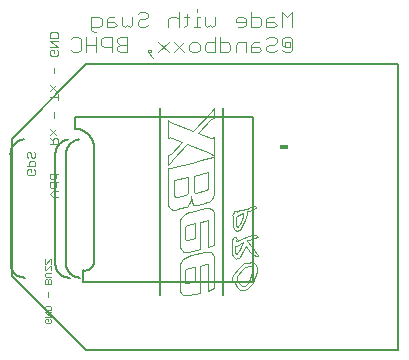
<source format=gbo>
G75*
%MOIN*%
%OFA0B0*%
%FSLAX25Y25*%
%IPPOS*%
%LPD*%
%AMOC8*
5,1,8,0,0,1.08239X$1,22.5*
%
%ADD10C,0.00300*%
%ADD11C,0.00200*%
%ADD12C,0.00400*%
%ADD13C,0.00800*%
%ADD14C,0.00600*%
%ADD15R,0.03000X0.01800*%
%ADD16C,0.00500*%
D10*
X0024722Y0073891D02*
X0023755Y0074858D01*
X0024722Y0075826D01*
X0026657Y0075826D01*
X0025206Y0076837D02*
X0025689Y0077321D01*
X0025689Y0078772D01*
X0026657Y0078772D02*
X0023755Y0078772D01*
X0023755Y0077321D01*
X0024238Y0076837D01*
X0025206Y0076837D01*
X0025206Y0079784D02*
X0024238Y0079784D01*
X0023755Y0080268D01*
X0023755Y0081719D01*
X0026657Y0081719D01*
X0025689Y0081719D02*
X0025689Y0080268D01*
X0025206Y0079784D01*
X0025206Y0085677D02*
X0025206Y0087612D01*
X0024722Y0091570D02*
X0024722Y0093021D01*
X0025206Y0093505D01*
X0026173Y0093505D01*
X0026657Y0093021D01*
X0026657Y0091570D01*
X0023755Y0091570D01*
X0024722Y0092537D02*
X0023755Y0093505D01*
X0023755Y0094517D02*
X0025689Y0096452D01*
X0023755Y0096452D02*
X0025689Y0094517D01*
X0025206Y0100410D02*
X0025206Y0102345D01*
X0026657Y0106303D02*
X0026657Y0108238D01*
X0026657Y0107270D02*
X0023755Y0107270D01*
X0023755Y0109249D02*
X0025689Y0111184D01*
X0023755Y0111184D02*
X0025689Y0109249D01*
X0025206Y0115142D02*
X0025206Y0117077D01*
X0026173Y0121035D02*
X0024238Y0121035D01*
X0023755Y0121519D01*
X0023755Y0122486D01*
X0024238Y0122970D01*
X0025206Y0122970D01*
X0025206Y0122003D01*
X0026173Y0122970D02*
X0026657Y0122486D01*
X0026657Y0121519D01*
X0026173Y0121035D01*
X0026657Y0123982D02*
X0023755Y0123982D01*
X0023755Y0125917D02*
X0026657Y0125917D01*
X0026657Y0126928D02*
X0026657Y0128379D01*
X0026173Y0128863D01*
X0024238Y0128863D01*
X0023755Y0128379D01*
X0023755Y0126928D01*
X0026657Y0126928D01*
X0026657Y0123982D02*
X0023755Y0125917D01*
X0018431Y0089020D02*
X0018915Y0088537D01*
X0018915Y0087569D01*
X0018431Y0087085D01*
X0017947Y0087085D01*
X0017464Y0087569D01*
X0017464Y0088537D01*
X0016980Y0089020D01*
X0016496Y0089020D01*
X0016012Y0088537D01*
X0016012Y0087569D01*
X0016496Y0087085D01*
X0017464Y0086074D02*
X0016980Y0085590D01*
X0016980Y0084139D01*
X0016012Y0084139D02*
X0018915Y0084139D01*
X0018915Y0085590D01*
X0018431Y0086074D01*
X0017464Y0086074D01*
X0017464Y0083127D02*
X0017464Y0082160D01*
X0017464Y0083127D02*
X0016496Y0083127D01*
X0016012Y0082643D01*
X0016012Y0081676D01*
X0016496Y0081192D01*
X0018431Y0081192D01*
X0018915Y0081676D01*
X0018915Y0082643D01*
X0018431Y0083127D01*
X0024722Y0073891D02*
X0026657Y0073891D01*
D11*
X0022114Y0032166D02*
X0022481Y0031799D01*
X0023949Y0031799D01*
X0024316Y0032166D01*
X0024316Y0032899D01*
X0023949Y0033266D01*
X0023215Y0033266D02*
X0023215Y0032532D01*
X0023215Y0033266D02*
X0022481Y0033266D01*
X0022114Y0032899D01*
X0022114Y0032166D01*
X0022114Y0034008D02*
X0024316Y0034008D01*
X0022114Y0035476D01*
X0024316Y0035476D01*
X0024316Y0036218D02*
X0024316Y0037319D01*
X0023949Y0037686D01*
X0022481Y0037686D01*
X0022114Y0037319D01*
X0022114Y0036218D01*
X0024316Y0036218D01*
X0023215Y0040638D02*
X0023215Y0042106D01*
X0023215Y0045058D02*
X0023215Y0046159D01*
X0022848Y0046526D01*
X0022481Y0046526D01*
X0022114Y0046159D01*
X0022114Y0045058D01*
X0024316Y0045058D01*
X0024316Y0046159D01*
X0023949Y0046526D01*
X0023582Y0046526D01*
X0023215Y0046159D01*
X0022481Y0047268D02*
X0022114Y0047635D01*
X0022114Y0048369D01*
X0022481Y0048736D01*
X0024316Y0048736D01*
X0024316Y0049478D02*
X0024316Y0050945D01*
X0023949Y0050945D01*
X0022481Y0049478D01*
X0022114Y0049478D01*
X0022114Y0050945D01*
X0022114Y0051687D02*
X0022114Y0053155D01*
X0022114Y0051687D02*
X0022481Y0051687D01*
X0023949Y0053155D01*
X0024316Y0053155D01*
X0024316Y0051687D01*
X0024316Y0047268D02*
X0022481Y0047268D01*
D12*
X0063392Y0070610D02*
X0063227Y0071268D01*
X0063227Y0083713D01*
X0064324Y0083713D01*
X0065311Y0083932D01*
X0071122Y0085357D01*
X0074247Y0086125D01*
X0076714Y0086783D01*
X0078030Y0087221D01*
X0078358Y0087550D01*
X0078358Y0087715D01*
X0077152Y0088592D01*
X0069587Y0091662D01*
X0064762Y0086509D01*
X0064104Y0085741D01*
X0063721Y0085193D01*
X0063227Y0084480D01*
X0063227Y0087934D01*
X0063446Y0087989D01*
X0063776Y0088153D01*
X0064050Y0088372D01*
X0067887Y0092265D01*
X0064433Y0093635D01*
X0064159Y0093635D01*
X0063885Y0093800D01*
X0063556Y0093635D01*
X0063227Y0093635D01*
X0063227Y0099666D01*
X0063830Y0099063D01*
X0071451Y0095938D01*
X0077426Y0102298D01*
X0078413Y0103668D01*
X0078413Y0100433D01*
X0077536Y0099940D01*
X0073095Y0095390D01*
X0077426Y0093635D01*
X0077810Y0093635D01*
X0078413Y0093965D01*
X0078413Y0074941D01*
X0078084Y0073899D01*
X0077756Y0073241D01*
X0076823Y0072419D01*
X0076165Y0072309D01*
X0075563Y0071926D01*
X0073150Y0071323D01*
X0071670Y0071323D01*
X0071560Y0071378D01*
X0071012Y0072529D01*
X0070793Y0074119D01*
X0070793Y0073022D01*
X0070574Y0072145D01*
X0070300Y0071487D01*
X0069477Y0070665D01*
X0068929Y0070446D01*
X0066188Y0069788D01*
X0065749Y0069623D01*
X0064817Y0069623D01*
X0064269Y0069843D01*
X0063666Y0070171D01*
X0063392Y0070610D01*
X0065365Y0074009D02*
X0066243Y0073954D01*
X0069148Y0074722D01*
X0069532Y0074886D01*
X0069751Y0075215D01*
X0069751Y0080697D01*
X0065091Y0079546D01*
X0065091Y0074502D01*
X0065365Y0074009D01*
X0071725Y0076092D02*
X0071725Y0081081D01*
X0076549Y0082342D01*
X0076549Y0077024D01*
X0076440Y0076805D01*
X0076001Y0076421D01*
X0075672Y0076202D01*
X0072437Y0075380D01*
X0072273Y0075380D01*
X0071889Y0075654D01*
X0071725Y0076092D01*
X0075563Y0070117D02*
X0070683Y0069020D01*
X0070080Y0068856D01*
X0068765Y0068198D01*
X0068052Y0067704D01*
X0067504Y0066827D01*
X0067284Y0066169D01*
X0067230Y0065841D01*
X0067230Y0057233D01*
X0067449Y0056630D01*
X0067997Y0055917D01*
X0068216Y0055698D01*
X0070135Y0055698D01*
X0073918Y0056630D01*
X0073918Y0065621D01*
X0075782Y0066060D01*
X0076111Y0066169D01*
X0076494Y0066115D01*
X0076659Y0065895D01*
X0076659Y0058001D01*
X0076549Y0057288D01*
X0078413Y0058056D01*
X0078413Y0068911D01*
X0078304Y0069349D01*
X0077975Y0069788D01*
X0077591Y0070062D01*
X0076988Y0070226D01*
X0076440Y0070226D01*
X0075563Y0070117D01*
X0072163Y0065128D02*
X0072218Y0065073D01*
X0072218Y0060358D01*
X0069861Y0059755D01*
X0069148Y0059755D01*
X0068984Y0059920D01*
X0068929Y0060139D01*
X0068929Y0064031D01*
X0069093Y0064360D01*
X0069477Y0064580D01*
X0069916Y0064744D01*
X0072163Y0065128D01*
X0075563Y0055534D02*
X0070683Y0054437D01*
X0070080Y0054273D01*
X0068765Y0053615D01*
X0068052Y0053122D01*
X0067504Y0052244D01*
X0067284Y0051587D01*
X0067230Y0051258D01*
X0067230Y0042650D01*
X0067449Y0042048D01*
X0067997Y0041335D01*
X0068216Y0041115D01*
X0070135Y0041115D01*
X0073918Y0042048D01*
X0073918Y0051039D01*
X0075782Y0051477D01*
X0076111Y0051587D01*
X0076494Y0051532D01*
X0076659Y0051313D01*
X0076659Y0043418D01*
X0076549Y0042706D01*
X0078413Y0043473D01*
X0078413Y0054328D01*
X0078304Y0054767D01*
X0077975Y0055205D01*
X0077591Y0055479D01*
X0076988Y0055644D01*
X0076440Y0055644D01*
X0075563Y0055534D01*
X0072163Y0050545D02*
X0072218Y0050490D01*
X0072218Y0045776D01*
X0069861Y0045172D01*
X0069148Y0045172D01*
X0068984Y0045337D01*
X0068929Y0045556D01*
X0068929Y0049448D01*
X0069093Y0049778D01*
X0069477Y0049997D01*
X0069916Y0050161D01*
X0072163Y0050545D01*
X0084334Y0046926D02*
X0084937Y0048078D01*
X0086691Y0050161D01*
X0088172Y0051641D01*
X0088610Y0051806D01*
X0089926Y0052080D01*
X0091022Y0052135D01*
X0092064Y0051587D01*
X0092667Y0050654D01*
X0092667Y0049394D01*
X0092448Y0047804D01*
X0091790Y0046762D01*
X0091461Y0045337D01*
X0090694Y0044569D01*
X0089871Y0043528D01*
X0088775Y0042924D01*
X0088062Y0042815D01*
X0087020Y0043089D01*
X0086253Y0044021D01*
X0085485Y0045117D01*
X0085266Y0045885D01*
X0084992Y0045940D01*
X0084554Y0046324D01*
X0084334Y0046872D01*
X0086198Y0047475D02*
X0086637Y0048078D01*
X0087733Y0049503D01*
X0088994Y0050435D01*
X0090584Y0050929D01*
X0091132Y0050983D01*
X0091406Y0050490D01*
X0091352Y0049174D01*
X0090858Y0047859D01*
X0090419Y0046488D01*
X0089761Y0045337D01*
X0088994Y0044240D01*
X0087678Y0044240D01*
X0086417Y0045446D01*
X0086198Y0046104D01*
X0086198Y0047475D01*
X0085759Y0053341D02*
X0086253Y0053615D01*
X0086691Y0053615D01*
X0087130Y0054054D01*
X0087514Y0054657D01*
X0088062Y0055863D01*
X0088775Y0057014D01*
X0089104Y0057562D01*
X0089926Y0056740D01*
X0090639Y0055698D01*
X0091242Y0054931D01*
X0091790Y0054492D01*
X0092338Y0054273D01*
X0092667Y0054218D01*
X0092996Y0054382D01*
X0093051Y0054547D01*
X0092722Y0054985D01*
X0091022Y0057124D01*
X0089652Y0059152D01*
X0089652Y0059536D01*
X0090036Y0059645D01*
X0091132Y0060029D01*
X0092119Y0060358D01*
X0092667Y0060578D01*
X0092996Y0060578D01*
X0092448Y0061180D01*
X0091626Y0061235D01*
X0091077Y0061126D01*
X0089323Y0060632D01*
X0088336Y0060358D01*
X0086966Y0059755D01*
X0086253Y0059371D01*
X0085869Y0059207D01*
X0085814Y0059591D01*
X0086143Y0060029D01*
X0086089Y0060029D01*
X0085869Y0060194D01*
X0085705Y0060468D01*
X0085485Y0060578D01*
X0085156Y0060522D01*
X0084828Y0060194D01*
X0084608Y0059591D01*
X0084334Y0058878D01*
X0084334Y0055698D01*
X0084498Y0055040D01*
X0084773Y0054273D01*
X0085047Y0053834D01*
X0085485Y0053450D01*
X0085759Y0053341D01*
X0086089Y0054876D02*
X0086198Y0055259D01*
X0086746Y0055808D01*
X0087185Y0056575D01*
X0087569Y0057288D01*
X0087733Y0058110D01*
X0088062Y0058768D01*
X0086198Y0057727D01*
X0085650Y0057672D01*
X0085650Y0055698D01*
X0085759Y0055040D01*
X0086089Y0054876D01*
X0086033Y0062551D02*
X0086253Y0062551D01*
X0086746Y0062770D01*
X0087130Y0063099D01*
X0087569Y0063757D01*
X0088775Y0066169D01*
X0089268Y0067430D01*
X0089487Y0068417D01*
X0089542Y0068746D01*
X0089542Y0069130D01*
X0090036Y0069294D01*
X0091022Y0069623D01*
X0091900Y0069897D01*
X0092283Y0070117D01*
X0092503Y0070226D01*
X0092612Y0070446D01*
X0092448Y0070720D01*
X0092119Y0070939D01*
X0091735Y0070939D01*
X0091296Y0070829D01*
X0090255Y0070336D01*
X0089487Y0070007D01*
X0088775Y0069897D01*
X0088117Y0069733D01*
X0087240Y0069459D01*
X0086582Y0069185D01*
X0086143Y0068911D01*
X0086143Y0069349D01*
X0085211Y0069349D01*
X0085211Y0068856D01*
X0084882Y0068417D01*
X0084444Y0067978D01*
X0084718Y0067485D01*
X0084718Y0065511D01*
X0084882Y0063922D01*
X0085540Y0062825D01*
X0086033Y0062551D01*
X0086198Y0063812D02*
X0086363Y0063867D01*
X0086582Y0064141D01*
X0087020Y0065018D01*
X0087514Y0065731D01*
X0087788Y0066718D01*
X0088062Y0067430D01*
X0088117Y0067869D01*
X0088117Y0068527D01*
X0086089Y0067540D01*
X0085814Y0067430D01*
X0085814Y0064634D01*
X0086089Y0063976D01*
X0086198Y0063812D01*
X0058196Y0120420D02*
X0056461Y0122155D01*
X0057329Y0122155D01*
X0057329Y0123022D01*
X0056461Y0123022D01*
X0056461Y0122155D01*
X0059883Y0122155D02*
X0063353Y0125624D01*
X0065039Y0125624D02*
X0068509Y0122155D01*
X0070196Y0123022D02*
X0070196Y0124757D01*
X0071063Y0125624D01*
X0072798Y0125624D01*
X0073665Y0124757D01*
X0073665Y0123022D01*
X0072798Y0122155D01*
X0071063Y0122155D01*
X0070196Y0123022D01*
X0068509Y0125624D02*
X0065039Y0122155D01*
X0063353Y0122155D02*
X0059883Y0125624D01*
X0063321Y0130555D02*
X0063321Y0133157D01*
X0064188Y0134024D01*
X0065923Y0134024D01*
X0066790Y0133157D01*
X0068493Y0134024D02*
X0070228Y0134024D01*
X0069360Y0134892D02*
X0069360Y0131422D01*
X0068493Y0130555D01*
X0066790Y0130555D02*
X0066790Y0135759D01*
X0071931Y0130555D02*
X0073665Y0130555D01*
X0072798Y0130555D02*
X0072798Y0134024D01*
X0073665Y0134024D01*
X0075352Y0134024D02*
X0075352Y0131422D01*
X0076220Y0130555D01*
X0077087Y0131422D01*
X0077954Y0130555D01*
X0078822Y0131422D01*
X0078822Y0134024D01*
X0072798Y0135759D02*
X0072798Y0136627D01*
X0078822Y0127359D02*
X0078822Y0122155D01*
X0076220Y0122155D01*
X0075352Y0123022D01*
X0075352Y0124757D01*
X0076220Y0125624D01*
X0078822Y0125624D01*
X0080509Y0125624D02*
X0083111Y0125624D01*
X0083978Y0124757D01*
X0083978Y0123022D01*
X0083111Y0122155D01*
X0080509Y0122155D01*
X0080509Y0127359D01*
X0085665Y0124757D02*
X0085665Y0122155D01*
X0085665Y0124757D02*
X0086532Y0125624D01*
X0089135Y0125624D01*
X0089135Y0122155D01*
X0090821Y0122155D02*
X0093424Y0122155D01*
X0094291Y0123022D01*
X0093424Y0123890D01*
X0090821Y0123890D01*
X0090821Y0124757D02*
X0090821Y0122155D01*
X0090821Y0124757D02*
X0091689Y0125624D01*
X0093424Y0125624D01*
X0095978Y0126492D02*
X0096845Y0127359D01*
X0098580Y0127359D01*
X0099447Y0126492D01*
X0099447Y0125624D01*
X0098580Y0124757D01*
X0096845Y0124757D01*
X0095978Y0123890D01*
X0095978Y0123022D01*
X0096845Y0122155D01*
X0098580Y0122155D01*
X0099447Y0123022D01*
X0101134Y0123022D02*
X0102002Y0122155D01*
X0103736Y0122155D01*
X0104604Y0123022D01*
X0104604Y0126492D01*
X0103736Y0127359D01*
X0102002Y0127359D01*
X0101134Y0126492D01*
X0101134Y0124757D01*
X0102002Y0123890D01*
X0102002Y0125624D01*
X0103736Y0125624D01*
X0103736Y0123890D01*
X0102002Y0123890D01*
X0101134Y0130555D02*
X0101134Y0135759D01*
X0102869Y0134024D01*
X0104604Y0135759D01*
X0104604Y0130555D01*
X0099447Y0131422D02*
X0098580Y0132290D01*
X0095978Y0132290D01*
X0095978Y0133157D02*
X0095978Y0130555D01*
X0098580Y0130555D01*
X0099447Y0131422D01*
X0098580Y0134024D02*
X0096845Y0134024D01*
X0095978Y0133157D01*
X0094291Y0133157D02*
X0093424Y0134024D01*
X0090821Y0134024D01*
X0090821Y0135759D02*
X0090821Y0130555D01*
X0093424Y0130555D01*
X0094291Y0131422D01*
X0094291Y0133157D01*
X0089135Y0133157D02*
X0089135Y0131422D01*
X0088267Y0130555D01*
X0086532Y0130555D01*
X0085665Y0132290D02*
X0089135Y0132290D01*
X0089135Y0133157D02*
X0088267Y0134024D01*
X0086532Y0134024D01*
X0085665Y0133157D01*
X0085665Y0132290D01*
X0056477Y0131422D02*
X0055610Y0130555D01*
X0053875Y0130555D01*
X0053008Y0131422D01*
X0053008Y0132290D01*
X0053875Y0133157D01*
X0055610Y0133157D01*
X0056477Y0134024D01*
X0056477Y0134892D01*
X0055610Y0135759D01*
X0053875Y0135759D01*
X0053008Y0134892D01*
X0051321Y0134024D02*
X0051321Y0131422D01*
X0050454Y0130555D01*
X0049586Y0131422D01*
X0048719Y0130555D01*
X0047851Y0131422D01*
X0047851Y0134024D01*
X0045297Y0134024D02*
X0043562Y0134024D01*
X0042695Y0133157D01*
X0042695Y0130555D01*
X0045297Y0130555D01*
X0046165Y0131422D01*
X0045297Y0132290D01*
X0042695Y0132290D01*
X0041008Y0133157D02*
X0041008Y0131422D01*
X0040141Y0130555D01*
X0037539Y0130555D01*
X0037539Y0129687D02*
X0037539Y0134024D01*
X0040141Y0134024D01*
X0041008Y0133157D01*
X0039273Y0128820D02*
X0038406Y0128820D01*
X0037539Y0129687D01*
X0035820Y0127359D02*
X0035820Y0122155D01*
X0034133Y0123022D02*
X0033266Y0122155D01*
X0031531Y0122155D01*
X0030663Y0123022D01*
X0030663Y0126492D02*
X0031531Y0127359D01*
X0033266Y0127359D01*
X0034133Y0126492D01*
X0034133Y0123022D01*
X0035820Y0124757D02*
X0039289Y0124757D01*
X0040976Y0124757D02*
X0040976Y0126492D01*
X0041844Y0127359D01*
X0044446Y0127359D01*
X0044446Y0122155D01*
X0044446Y0123890D02*
X0041844Y0123890D01*
X0040976Y0124757D01*
X0039289Y0122155D02*
X0039289Y0127359D01*
X0046133Y0126492D02*
X0046133Y0125624D01*
X0047000Y0124757D01*
X0049602Y0124757D01*
X0047000Y0124757D02*
X0046133Y0123890D01*
X0046133Y0123022D01*
X0047000Y0122155D01*
X0049602Y0122155D01*
X0049602Y0127359D01*
X0047000Y0127359D01*
X0046133Y0126492D01*
D13*
X0035953Y0118138D02*
X0011051Y0093236D01*
X0011051Y0047764D01*
X0035953Y0022862D01*
X0139909Y0022862D01*
X0139909Y0118138D01*
X0035953Y0118138D01*
D14*
X0060486Y0103504D02*
X0060486Y0041225D01*
X0081374Y0041225D02*
X0081374Y0103504D01*
D15*
X0101780Y0090500D03*
D16*
X0091622Y0100618D02*
X0091622Y0045500D01*
X0034929Y0045500D01*
X0034929Y0049437D01*
X0033906Y0047075D02*
X0033771Y0047077D01*
X0033636Y0047083D01*
X0033502Y0047092D01*
X0033368Y0047106D01*
X0033234Y0047123D01*
X0033100Y0047144D01*
X0032968Y0047169D01*
X0032836Y0047198D01*
X0032705Y0047230D01*
X0032575Y0047266D01*
X0032446Y0047306D01*
X0032319Y0047350D01*
X0032192Y0047397D01*
X0032067Y0047448D01*
X0031944Y0047502D01*
X0031822Y0047560D01*
X0031701Y0047621D01*
X0031583Y0047686D01*
X0031467Y0047754D01*
X0031352Y0047825D01*
X0031240Y0047899D01*
X0031129Y0047977D01*
X0031021Y0048058D01*
X0030916Y0048142D01*
X0030812Y0048229D01*
X0030712Y0048319D01*
X0030614Y0048411D01*
X0030518Y0048507D01*
X0030426Y0048605D01*
X0030336Y0048705D01*
X0030249Y0048809D01*
X0030165Y0048914D01*
X0030084Y0049022D01*
X0030006Y0049133D01*
X0029932Y0049245D01*
X0029861Y0049360D01*
X0029793Y0049476D01*
X0029728Y0049594D01*
X0029667Y0049715D01*
X0029609Y0049837D01*
X0029555Y0049960D01*
X0029504Y0050085D01*
X0029457Y0050212D01*
X0029413Y0050339D01*
X0029373Y0050468D01*
X0029337Y0050598D01*
X0029305Y0050729D01*
X0029276Y0050861D01*
X0029251Y0050993D01*
X0029230Y0051127D01*
X0029213Y0051261D01*
X0029199Y0051395D01*
X0029190Y0051529D01*
X0029184Y0051664D01*
X0029182Y0051799D01*
X0029181Y0051799D02*
X0029181Y0088020D01*
X0025637Y0088019D02*
X0025628Y0088154D01*
X0025623Y0088290D01*
X0025621Y0088425D01*
X0025623Y0088560D01*
X0025629Y0088696D01*
X0025639Y0088831D01*
X0025653Y0088965D01*
X0025671Y0089100D01*
X0025693Y0089233D01*
X0025718Y0089366D01*
X0025747Y0089499D01*
X0025780Y0089630D01*
X0025816Y0089760D01*
X0025857Y0089889D01*
X0025901Y0090018D01*
X0025948Y0090144D01*
X0026000Y0090270D01*
X0026054Y0090393D01*
X0026113Y0090516D01*
X0026175Y0090636D01*
X0026240Y0090755D01*
X0026308Y0090872D01*
X0026380Y0090986D01*
X0026455Y0091099D01*
X0026534Y0091209D01*
X0026615Y0091318D01*
X0026699Y0091423D01*
X0026787Y0091527D01*
X0026877Y0091628D01*
X0026970Y0091726D01*
X0027066Y0091821D01*
X0027165Y0091914D01*
X0027266Y0092004D01*
X0027370Y0092091D01*
X0027476Y0092175D01*
X0027585Y0092256D01*
X0027696Y0092333D01*
X0027809Y0092408D01*
X0027924Y0092479D01*
X0028041Y0092547D01*
X0028160Y0092612D01*
X0028281Y0092673D01*
X0028403Y0092731D01*
X0028528Y0092785D01*
X0028653Y0092835D01*
X0028780Y0092882D01*
X0028908Y0092926D01*
X0029038Y0092965D01*
X0029168Y0093001D01*
X0029300Y0093034D01*
X0029432Y0093062D01*
X0029565Y0093087D01*
X0029699Y0093107D01*
X0029834Y0093124D01*
X0029968Y0093138D01*
X0032173Y0096681D02*
X0032330Y0096679D01*
X0032487Y0096673D01*
X0032644Y0096663D01*
X0032800Y0096650D01*
X0032956Y0096632D01*
X0033112Y0096611D01*
X0033267Y0096585D01*
X0033421Y0096556D01*
X0033575Y0096523D01*
X0033727Y0096486D01*
X0033879Y0096446D01*
X0034030Y0096401D01*
X0034179Y0096353D01*
X0034327Y0096301D01*
X0034474Y0096246D01*
X0034620Y0096186D01*
X0034764Y0096124D01*
X0034906Y0096057D01*
X0035047Y0095987D01*
X0035186Y0095914D01*
X0035323Y0095837D01*
X0035458Y0095757D01*
X0035590Y0095673D01*
X0035721Y0095586D01*
X0035850Y0095496D01*
X0035976Y0095403D01*
X0036100Y0095307D01*
X0036222Y0095207D01*
X0036341Y0095105D01*
X0036457Y0094999D01*
X0036571Y0094891D01*
X0036682Y0094780D01*
X0036790Y0094666D01*
X0036896Y0094550D01*
X0036998Y0094431D01*
X0037098Y0094309D01*
X0037194Y0094185D01*
X0037287Y0094059D01*
X0037377Y0093930D01*
X0037464Y0093799D01*
X0037548Y0093667D01*
X0037628Y0093532D01*
X0037705Y0093395D01*
X0037778Y0093256D01*
X0037848Y0093115D01*
X0037915Y0092973D01*
X0037977Y0092829D01*
X0038037Y0092683D01*
X0038092Y0092536D01*
X0038144Y0092388D01*
X0038192Y0092239D01*
X0038237Y0092088D01*
X0038277Y0091936D01*
X0038314Y0091784D01*
X0038347Y0091630D01*
X0038376Y0091476D01*
X0038402Y0091321D01*
X0038423Y0091165D01*
X0038441Y0091009D01*
X0038454Y0090853D01*
X0038464Y0090696D01*
X0038470Y0090539D01*
X0038472Y0090382D01*
X0038472Y0052193D01*
X0038457Y0052084D01*
X0038437Y0051975D01*
X0038414Y0051866D01*
X0038387Y0051759D01*
X0038356Y0051652D01*
X0038322Y0051547D01*
X0038284Y0051443D01*
X0038242Y0051340D01*
X0038197Y0051239D01*
X0038148Y0051140D01*
X0038096Y0051042D01*
X0038040Y0050946D01*
X0037981Y0050853D01*
X0037919Y0050761D01*
X0037854Y0050671D01*
X0037785Y0050584D01*
X0037714Y0050499D01*
X0037640Y0050417D01*
X0037562Y0050338D01*
X0037483Y0050261D01*
X0037400Y0050187D01*
X0037315Y0050116D01*
X0037228Y0050048D01*
X0037138Y0049983D01*
X0037046Y0049921D01*
X0036952Y0049863D01*
X0036856Y0049808D01*
X0036758Y0049756D01*
X0036658Y0049707D01*
X0036557Y0049663D01*
X0036454Y0049621D01*
X0036350Y0049584D01*
X0036244Y0049550D01*
X0036138Y0049519D01*
X0036030Y0049493D01*
X0035922Y0049470D01*
X0035813Y0049451D01*
X0035703Y0049436D01*
X0035593Y0049424D01*
X0035482Y0049417D01*
X0035371Y0049413D01*
X0035261Y0049414D01*
X0035150Y0049418D01*
X0035039Y0049426D01*
X0034929Y0049438D01*
X0030362Y0047075D02*
X0030227Y0047077D01*
X0030092Y0047083D01*
X0029958Y0047092D01*
X0029824Y0047106D01*
X0029690Y0047123D01*
X0029556Y0047144D01*
X0029424Y0047169D01*
X0029292Y0047198D01*
X0029161Y0047230D01*
X0029031Y0047266D01*
X0028902Y0047306D01*
X0028775Y0047350D01*
X0028648Y0047397D01*
X0028523Y0047448D01*
X0028400Y0047502D01*
X0028278Y0047560D01*
X0028157Y0047621D01*
X0028039Y0047686D01*
X0027923Y0047754D01*
X0027808Y0047825D01*
X0027696Y0047899D01*
X0027585Y0047977D01*
X0027477Y0048058D01*
X0027372Y0048142D01*
X0027268Y0048229D01*
X0027168Y0048319D01*
X0027070Y0048411D01*
X0026974Y0048507D01*
X0026882Y0048605D01*
X0026792Y0048705D01*
X0026705Y0048809D01*
X0026621Y0048914D01*
X0026540Y0049022D01*
X0026462Y0049133D01*
X0026388Y0049245D01*
X0026317Y0049360D01*
X0026249Y0049476D01*
X0026184Y0049594D01*
X0026123Y0049715D01*
X0026065Y0049837D01*
X0026011Y0049960D01*
X0025960Y0050085D01*
X0025913Y0050212D01*
X0025869Y0050339D01*
X0025829Y0050468D01*
X0025793Y0050598D01*
X0025761Y0050729D01*
X0025732Y0050861D01*
X0025707Y0050993D01*
X0025686Y0051127D01*
X0025669Y0051261D01*
X0025655Y0051395D01*
X0025646Y0051529D01*
X0025640Y0051664D01*
X0025638Y0051799D01*
X0025638Y0088020D01*
X0029181Y0088019D02*
X0029172Y0088154D01*
X0029167Y0088290D01*
X0029165Y0088425D01*
X0029167Y0088560D01*
X0029173Y0088696D01*
X0029183Y0088831D01*
X0029197Y0088965D01*
X0029215Y0089100D01*
X0029237Y0089233D01*
X0029262Y0089366D01*
X0029291Y0089499D01*
X0029324Y0089630D01*
X0029360Y0089760D01*
X0029401Y0089889D01*
X0029445Y0090018D01*
X0029492Y0090144D01*
X0029544Y0090270D01*
X0029598Y0090393D01*
X0029657Y0090516D01*
X0029719Y0090636D01*
X0029784Y0090755D01*
X0029852Y0090872D01*
X0029924Y0090986D01*
X0029999Y0091099D01*
X0030078Y0091209D01*
X0030159Y0091318D01*
X0030243Y0091423D01*
X0030331Y0091527D01*
X0030421Y0091628D01*
X0030514Y0091726D01*
X0030610Y0091821D01*
X0030709Y0091914D01*
X0030810Y0092004D01*
X0030914Y0092091D01*
X0031020Y0092175D01*
X0031129Y0092256D01*
X0031240Y0092333D01*
X0031353Y0092408D01*
X0031468Y0092479D01*
X0031585Y0092547D01*
X0031704Y0092612D01*
X0031825Y0092673D01*
X0031947Y0092731D01*
X0032072Y0092785D01*
X0032197Y0092835D01*
X0032324Y0092882D01*
X0032452Y0092926D01*
X0032582Y0092965D01*
X0032712Y0093001D01*
X0032844Y0093034D01*
X0032976Y0093062D01*
X0033109Y0093087D01*
X0033243Y0093107D01*
X0033378Y0093124D01*
X0033512Y0093138D01*
X0032173Y0096681D02*
X0032173Y0100618D01*
X0091622Y0100618D01*
X0015008Y0093138D02*
X0014874Y0093124D01*
X0014739Y0093107D01*
X0014605Y0093087D01*
X0014472Y0093062D01*
X0014340Y0093034D01*
X0014208Y0093001D01*
X0014078Y0092965D01*
X0013948Y0092926D01*
X0013820Y0092882D01*
X0013693Y0092835D01*
X0013568Y0092785D01*
X0013443Y0092731D01*
X0013321Y0092673D01*
X0013200Y0092612D01*
X0013081Y0092547D01*
X0012964Y0092479D01*
X0012849Y0092408D01*
X0012736Y0092333D01*
X0012625Y0092256D01*
X0012516Y0092175D01*
X0012410Y0092091D01*
X0012306Y0092004D01*
X0012205Y0091914D01*
X0012106Y0091821D01*
X0012010Y0091726D01*
X0011917Y0091628D01*
X0011827Y0091527D01*
X0011739Y0091423D01*
X0011655Y0091318D01*
X0011574Y0091209D01*
X0011495Y0091099D01*
X0011420Y0090986D01*
X0011348Y0090872D01*
X0011280Y0090755D01*
X0011215Y0090636D01*
X0011153Y0090516D01*
X0011094Y0090393D01*
X0011040Y0090270D01*
X0010988Y0090144D01*
X0010941Y0090018D01*
X0010897Y0089889D01*
X0010856Y0089760D01*
X0010820Y0089630D01*
X0010787Y0089499D01*
X0010758Y0089366D01*
X0010733Y0089233D01*
X0010711Y0089100D01*
X0010693Y0088965D01*
X0010679Y0088831D01*
X0010669Y0088696D01*
X0010663Y0088560D01*
X0010661Y0088425D01*
X0010663Y0088290D01*
X0010668Y0088154D01*
X0010677Y0088019D01*
X0010677Y0088020D02*
X0010677Y0051799D01*
X0010678Y0051799D02*
X0010680Y0051664D01*
X0010686Y0051529D01*
X0010695Y0051395D01*
X0010709Y0051261D01*
X0010726Y0051127D01*
X0010747Y0050993D01*
X0010772Y0050861D01*
X0010801Y0050729D01*
X0010833Y0050598D01*
X0010869Y0050468D01*
X0010909Y0050339D01*
X0010953Y0050212D01*
X0011000Y0050085D01*
X0011051Y0049960D01*
X0011105Y0049837D01*
X0011163Y0049715D01*
X0011224Y0049594D01*
X0011289Y0049476D01*
X0011357Y0049360D01*
X0011428Y0049245D01*
X0011502Y0049133D01*
X0011580Y0049022D01*
X0011661Y0048914D01*
X0011745Y0048809D01*
X0011832Y0048705D01*
X0011922Y0048605D01*
X0012014Y0048507D01*
X0012110Y0048411D01*
X0012208Y0048319D01*
X0012308Y0048229D01*
X0012412Y0048142D01*
X0012517Y0048058D01*
X0012625Y0047977D01*
X0012736Y0047899D01*
X0012848Y0047825D01*
X0012963Y0047754D01*
X0013079Y0047686D01*
X0013197Y0047621D01*
X0013318Y0047560D01*
X0013440Y0047502D01*
X0013563Y0047448D01*
X0013688Y0047397D01*
X0013815Y0047350D01*
X0013942Y0047306D01*
X0014071Y0047266D01*
X0014201Y0047230D01*
X0014332Y0047198D01*
X0014464Y0047169D01*
X0014596Y0047144D01*
X0014730Y0047123D01*
X0014864Y0047106D01*
X0014998Y0047092D01*
X0015132Y0047083D01*
X0015267Y0047077D01*
X0015402Y0047075D01*
M02*

</source>
